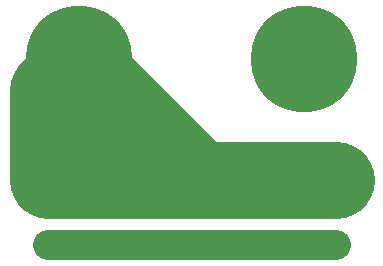
<source format=gtl>
G04 (created by PCBNEW (2013-jul-07)-stable) date Sun 03 Aug 2014 03:58:17 PM EDT*
%MOIN*%
G04 Gerber Fmt 3.4, Leading zero omitted, Abs format*
%FSLAX34Y34*%
G01*
G70*
G90*
G04 APERTURE LIST*
%ADD10C,0.00590551*%
%ADD11C,0.0984252*%
%ADD12C,0.354331*%
%ADD13C,0.0984252*%
%ADD14C,0.255906*%
G04 APERTURE END LIST*
G54D10*
G54D11*
X148110Y-88090D03*
X146456Y-88090D03*
X144803Y-88090D03*
X148110Y-85925D03*
X146456Y-85925D03*
X144803Y-85925D03*
G54D12*
X147057Y-81889D03*
X139557Y-81889D03*
G54D11*
X141811Y-88090D03*
X140157Y-88090D03*
X138503Y-88090D03*
X141811Y-85925D03*
X140157Y-85925D03*
X138503Y-85925D03*
G54D13*
X138503Y-88090D02*
X148110Y-88090D01*
G54D14*
X139557Y-81889D02*
X139557Y-85324D01*
X139557Y-85324D02*
X140157Y-85925D01*
X138503Y-85925D02*
X138503Y-82942D01*
X138503Y-82942D02*
X139557Y-81889D01*
X144803Y-85925D02*
X143592Y-85925D01*
X143592Y-85925D02*
X139557Y-81889D01*
X148110Y-85925D02*
X138503Y-85925D01*
M02*

</source>
